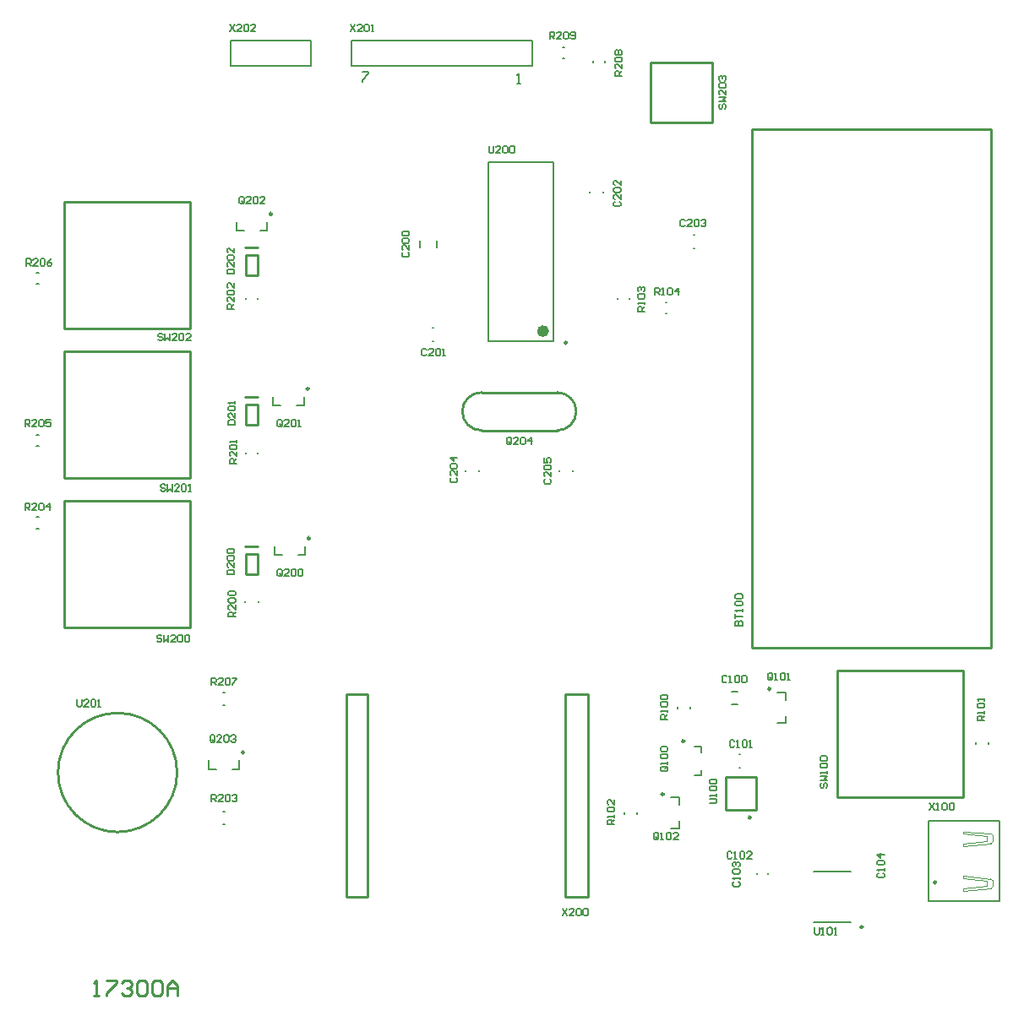
<source format=gto>
G04 Layer_Color=65535*
%FSLAX25Y25*%
%MOIN*%
G70*
G01*
G75*
%ADD54C,0.00984*%
%ADD55C,0.01000*%
%ADD56C,0.00400*%
%ADD57C,0.02362*%
%ADD58C,0.00787*%
%ADD59C,0.00500*%
D54*
X339606Y33992D02*
G03*
X339606Y33992I-492J0D01*
G01*
X269161Y107374D02*
G03*
X269161Y107374I-492J0D01*
G01*
X261055Y86480D02*
G03*
X261055Y86480I-492J0D01*
G01*
X222807Y264653D02*
G03*
X222807Y264653I-492J0D01*
G01*
X106473Y315437D02*
G03*
X106473Y315437I-492J0D01*
G01*
X120973Y246437D02*
G03*
X120973Y246437I-492J0D01*
G01*
X121473Y187437D02*
G03*
X121473Y187437I-492J0D01*
G01*
X95473Y102937D02*
G03*
X95473Y102937I-492J0D01*
G01*
X303055Y127980D02*
G03*
X303055Y127980I-492J0D01*
G01*
D55*
X218961Y230020D02*
G03*
X218961Y244980I39J7480D01*
G01*
X189039D02*
G03*
X189039Y230020I-39J-7480D01*
G01*
X368488Y51653D02*
G03*
X368488Y51653I-472J0D01*
G01*
X295366Y77240D02*
G03*
X295366Y77240I-500J0D01*
G01*
X69000Y95000D02*
G03*
X69000Y95000I-23500J0D01*
G01*
X24311Y211319D02*
X74114D01*
Y261122D01*
X24311D02*
X74114D01*
X24311Y211319D02*
Y261122D01*
Y152264D02*
X74114D01*
Y202067D01*
X24311D02*
X74114D01*
X24311Y152264D02*
Y202067D01*
X329429Y85335D02*
Y135138D01*
Y85335D02*
X379232D01*
Y135138D01*
X329429D02*
X379232D01*
X24311Y270374D02*
X74114D01*
Y320177D01*
X24311D02*
X74114D01*
X24311Y270374D02*
Y320177D01*
X390244Y144138D02*
Y348862D01*
X295756Y144138D02*
X390244D01*
X295756Y348862D02*
X390244D01*
X295756Y144138D02*
Y348862D01*
X189039Y244980D02*
X218961D01*
X189039Y230020D02*
X218961D01*
X95925Y302276D02*
X100925D01*
X95965Y299213D02*
X100886D01*
Y291339D02*
Y299213D01*
X95965Y291339D02*
Y299213D01*
Y291339D02*
X100886D01*
X95925Y243220D02*
X100925D01*
X95965Y240158D02*
X100886D01*
Y232283D02*
Y240158D01*
X95965Y232283D02*
Y240158D01*
Y232283D02*
X100886D01*
X95925Y184165D02*
X100925D01*
X95965Y181102D02*
X100886D01*
Y173228D02*
Y181102D01*
X95965Y173228D02*
Y181102D01*
Y173228D02*
X100886D01*
X285366Y80240D02*
X297366D01*
X285366D02*
Y93240D01*
X297366Y80240D02*
Y93240D01*
X285366D02*
X297366D01*
X222193Y45937D02*
X226193D01*
X231193D01*
X222193D02*
Y125937D01*
X231193D01*
Y45937D02*
Y125937D01*
X135693Y45937D02*
X144193D01*
X135693D02*
Y125937D01*
X144193D01*
Y45937D02*
Y125937D01*
X255795Y351689D02*
Y375311D01*
X280205D01*
Y351689D02*
Y375311D01*
X255795Y351689D02*
X280205D01*
X36000Y7000D02*
X37999D01*
X37000D01*
Y12998D01*
X36000Y11998D01*
X40998Y12998D02*
X44997D01*
Y11998D01*
X40998Y8000D01*
Y7000D01*
X46996Y11998D02*
X47996Y12998D01*
X49995D01*
X50995Y11998D01*
Y10999D01*
X49995Y9999D01*
X48996D01*
X49995D01*
X50995Y8999D01*
Y8000D01*
X49995Y7000D01*
X47996D01*
X46996Y8000D01*
X52995Y11998D02*
X53994Y12998D01*
X55993D01*
X56993Y11998D01*
Y8000D01*
X55993Y7000D01*
X53994D01*
X52995Y8000D01*
Y11998D01*
X58993D02*
X59992Y12998D01*
X61992D01*
X62991Y11998D01*
Y8000D01*
X61992Y7000D01*
X59992D01*
X58993Y8000D01*
Y11998D01*
X64991Y7000D02*
Y10999D01*
X66990Y12998D01*
X68989Y10999D01*
Y7000D01*
Y9999D01*
X64991D01*
D56*
X389977Y49168D02*
G03*
X390999Y49985I-88J1157D01*
G01*
X390999Y49985D02*
G03*
X390999Y52233I-3666J1124D01*
G01*
X390999Y52234D02*
G03*
X389977Y53051I-1110J-340D01*
G01*
X390999Y70015D02*
G03*
X389977Y70832I-1110J-340D01*
G01*
X390999Y67766D02*
G03*
X390999Y70014I-3666J1124D01*
G01*
X389977Y66949D02*
G03*
X390999Y67766I-88J1157D01*
G01*
X379146Y48350D02*
X389978Y49168D01*
X379146Y54073D02*
X389978Y53051D01*
X379146Y53255D02*
Y54073D01*
Y53255D02*
X388547Y52234D01*
Y50189D02*
Y52234D01*
X379146Y49168D02*
X388547Y50189D01*
X379146Y48350D02*
Y49168D01*
Y71649D02*
X389978Y70832D01*
X379146Y65926D02*
X389978Y66949D01*
X379146Y65926D02*
Y66744D01*
X388547Y67766D01*
Y69810D01*
X379146Y70832D02*
X388547Y69810D01*
X379146Y70832D02*
Y71649D01*
D57*
X214539Y269201D02*
G03*
X214539Y269201I-1181J0D01*
G01*
D58*
X320216Y56039D02*
X334784D01*
X320216Y35961D02*
X334784D01*
X287819Y126961D02*
X290181D01*
X287819Y122039D02*
X290181D01*
X290803Y102157D02*
X291197D01*
X290803Y96842D02*
X291197D01*
X297736Y54803D02*
Y55197D01*
X302264Y54803D02*
Y55197D01*
X164654Y302122D02*
Y304878D01*
X171346Y302122D02*
Y304878D01*
X237158Y323803D02*
Y324197D01*
X231842Y323803D02*
Y324197D01*
X272803Y307157D02*
X273197D01*
X272803Y301842D02*
X273197D01*
X182843Y213803D02*
Y214197D01*
X188157Y213803D02*
Y214197D01*
X219843Y213803D02*
Y214197D01*
X225157Y213803D02*
Y214197D01*
X90252Y374000D02*
X121748D01*
Y384000D01*
X90252D02*
X121748D01*
X90252Y374000D02*
Y384000D01*
X275756Y93752D02*
Y95957D01*
X272976Y93752D02*
X275756D01*
X272976Y105248D02*
X275756D01*
Y103043D02*
Y105248D01*
X267256Y72898D02*
Y75850D01*
X263713Y72898D02*
X267256D01*
Y82150D02*
Y85102D01*
X263713D02*
X267256D01*
X266539Y120106D02*
Y120894D01*
X271461Y120106D02*
Y120894D01*
X245539Y78606D02*
Y79394D01*
X250461Y78606D02*
Y79394D01*
X242638Y281803D02*
Y282197D01*
X247362Y281803D02*
Y282197D01*
X261803Y280665D02*
X262197D01*
X261803Y276335D02*
X262197D01*
X95941Y162303D02*
Y162697D01*
X101059Y162303D02*
Y162697D01*
X96138Y220803D02*
Y221197D01*
X100862Y220803D02*
Y221197D01*
X100862Y281803D02*
Y282197D01*
X96138Y281803D02*
Y282197D01*
X237764Y375106D02*
Y375894D01*
X233236Y375106D02*
Y375894D01*
X217295Y265264D02*
Y335736D01*
X191705Y265264D02*
Y335736D01*
Y265264D02*
X217295D01*
X191705Y335736D02*
X217295D01*
X169803Y265342D02*
X170197D01*
X169803Y270657D02*
X170197D01*
X221106Y381264D02*
X221894D01*
X221106Y376736D02*
X221894D01*
X92398Y308744D02*
X95350D01*
X92398D02*
Y312287D01*
X101650Y308744D02*
X104602D01*
Y312287D01*
X106898Y239744D02*
X109850D01*
X106898D02*
Y243287D01*
X116150Y239744D02*
X119102D01*
Y243287D01*
X107398Y180744D02*
X110350D01*
X107398D02*
Y184287D01*
X116650Y180744D02*
X119602D01*
Y184287D01*
X13606Y195764D02*
X14394D01*
X13606Y191236D02*
X14394D01*
X13606Y228264D02*
X14394D01*
X13606Y223736D02*
X14394D01*
X13606Y292264D02*
X14394D01*
X13606Y287736D02*
X14394D01*
X87106Y74539D02*
X87894D01*
X87106Y79461D02*
X87894D01*
X81398Y96244D02*
X84350D01*
X81398D02*
Y99787D01*
X90650Y96244D02*
X93602D01*
Y99787D01*
X87106Y126461D02*
X87894D01*
X87106Y121539D02*
X87894D01*
X384039Y106106D02*
Y106894D01*
X388961Y106106D02*
Y106894D01*
X309256Y114398D02*
Y117350D01*
X305713Y114398D02*
X309256D01*
Y123650D02*
Y126602D01*
X305713D02*
X309256D01*
X209090Y374000D02*
Y384000D01*
X137909D02*
X209090D01*
X137909Y374000D02*
Y384000D01*
Y374000D02*
X209090D01*
X142000Y371436D02*
X144624D01*
Y370780D01*
X142000Y368156D01*
Y367500D01*
X203000Y367000D02*
X204312D01*
X203656D01*
Y370936D01*
X203000Y370280D01*
D59*
X365457Y44252D02*
X393409D01*
X365457D02*
Y75748D01*
X393409D01*
Y44252D02*
Y75748D01*
X63337Y267796D02*
X62878Y268255D01*
X61959D01*
X61500Y267796D01*
Y267337D01*
X61959Y266878D01*
X62878D01*
X63337Y266418D01*
Y265959D01*
X62878Y265500D01*
X61959D01*
X61500Y265959D01*
X64255Y268255D02*
Y265500D01*
X65173Y266418D01*
X66092Y265500D01*
Y268255D01*
X68847Y265500D02*
X67010D01*
X68847Y267337D01*
Y267796D01*
X68388Y268255D01*
X67469D01*
X67010Y267796D01*
X69765D02*
X70224Y268255D01*
X71143D01*
X71602Y267796D01*
Y265959D01*
X71143Y265500D01*
X70224D01*
X69765Y265959D01*
Y267796D01*
X74357Y265500D02*
X72520D01*
X74357Y267337D01*
Y267796D01*
X73898Y268255D01*
X72979D01*
X72520Y267796D01*
X64337Y208296D02*
X63877Y208755D01*
X62959D01*
X62500Y208296D01*
Y207837D01*
X62959Y207378D01*
X63877D01*
X64337Y206918D01*
Y206459D01*
X63877Y206000D01*
X62959D01*
X62500Y206459D01*
X65255Y208755D02*
Y206000D01*
X66173Y206918D01*
X67092Y206000D01*
Y208755D01*
X69847Y206000D02*
X68010D01*
X69847Y207837D01*
Y208296D01*
X69388Y208755D01*
X68469D01*
X68010Y208296D01*
X70765D02*
X71224Y208755D01*
X72143D01*
X72602Y208296D01*
Y206459D01*
X72143Y206000D01*
X71224D01*
X70765Y206459D01*
Y208296D01*
X73520Y206000D02*
X74438D01*
X73979D01*
Y208755D01*
X73520Y208296D01*
X62837Y148796D02*
X62378Y149255D01*
X61459D01*
X61000Y148796D01*
Y148337D01*
X61459Y147878D01*
X62378D01*
X62837Y147418D01*
Y146959D01*
X62378Y146500D01*
X61459D01*
X61000Y146959D01*
X63755Y149255D02*
Y146500D01*
X64673Y147418D01*
X65592Y146500D01*
Y149255D01*
X68347Y146500D02*
X66510D01*
X68347Y148337D01*
Y148796D01*
X67888Y149255D01*
X66969D01*
X66510Y148796D01*
X69265D02*
X69724Y149255D01*
X70643D01*
X71102Y148796D01*
Y146959D01*
X70643Y146500D01*
X69724D01*
X69265Y146959D01*
Y148796D01*
X72020D02*
X72479Y149255D01*
X73398D01*
X73857Y148796D01*
Y146959D01*
X73398Y146500D01*
X72479D01*
X72020Y146959D01*
Y148796D01*
X283204Y358837D02*
X282745Y358378D01*
Y357459D01*
X283204Y357000D01*
X283663D01*
X284122Y357459D01*
Y358378D01*
X284582Y358837D01*
X285041D01*
X285500Y358378D01*
Y357459D01*
X285041Y357000D01*
X282745Y359755D02*
X285500D01*
X284582Y360673D01*
X285500Y361592D01*
X282745D01*
X285500Y364347D02*
Y362510D01*
X283663Y364347D01*
X283204D01*
X282745Y363888D01*
Y362969D01*
X283204Y362510D01*
Y365265D02*
X282745Y365724D01*
Y366643D01*
X283204Y367102D01*
X285041D01*
X285500Y366643D01*
Y365724D01*
X285041Y365265D01*
X283204D01*
Y368020D02*
X282745Y368479D01*
Y369398D01*
X283204Y369857D01*
X283663D01*
X284122Y369398D01*
Y368938D01*
Y369398D01*
X284582Y369857D01*
X285041D01*
X285500Y369398D01*
Y368479D01*
X285041Y368020D01*
X88670Y173197D02*
X91425D01*
Y174574D01*
X90966Y175033D01*
X89129D01*
X88670Y174574D01*
Y173197D01*
X91425Y177788D02*
Y175952D01*
X89588Y177788D01*
X89129D01*
X88670Y177329D01*
Y176411D01*
X89129Y175952D01*
Y178707D02*
X88670Y179166D01*
Y180084D01*
X89129Y180543D01*
X90966D01*
X91425Y180084D01*
Y179166D01*
X90966Y178707D01*
X89129D01*
Y181462D02*
X88670Y181921D01*
Y182839D01*
X89129Y183299D01*
X90966D01*
X91425Y182839D01*
Y181921D01*
X90966Y181462D01*
X89129D01*
X279111Y82740D02*
X281407D01*
X281866Y83199D01*
Y84118D01*
X281407Y84577D01*
X279111D01*
X281866Y85495D02*
Y86414D01*
Y85954D01*
X279111D01*
X279570Y85495D01*
Y87791D02*
X279111Y88250D01*
Y89169D01*
X279570Y89628D01*
X281407D01*
X281866Y89169D01*
Y88250D01*
X281407Y87791D01*
X279570D01*
Y90546D02*
X279111Y91005D01*
Y91924D01*
X279570Y92383D01*
X281407D01*
X281866Y91924D01*
Y91005D01*
X281407Y90546D01*
X279570D01*
X323204Y90837D02*
X322745Y90377D01*
Y89459D01*
X323204Y89000D01*
X323663D01*
X324123Y89459D01*
Y90377D01*
X324582Y90837D01*
X325041D01*
X325500Y90377D01*
Y89459D01*
X325041Y89000D01*
X322745Y91755D02*
X325500D01*
X324582Y92673D01*
X325500Y93592D01*
X322745D01*
X325500Y94510D02*
Y95428D01*
Y94969D01*
X322745D01*
X323204Y94510D01*
Y96806D02*
X322745Y97265D01*
Y98183D01*
X323204Y98643D01*
X325041D01*
X325500Y98183D01*
Y97265D01*
X325041Y96806D01*
X323204D01*
Y99561D02*
X322745Y100020D01*
Y100938D01*
X323204Y101398D01*
X325041D01*
X325500Y100938D01*
Y100020D01*
X325041Y99561D01*
X323204D01*
X221000Y41255D02*
X222837Y38500D01*
Y41255D02*
X221000Y38500D01*
X225592D02*
X223755D01*
X225592Y40337D01*
Y40796D01*
X225132Y41255D01*
X224214D01*
X223755Y40796D01*
X226510D02*
X226969Y41255D01*
X227888D01*
X228347Y40796D01*
Y38959D01*
X227888Y38500D01*
X226969D01*
X226510Y38959D01*
Y40796D01*
X229265D02*
X229724Y41255D01*
X230643D01*
X231102Y40796D01*
Y38959D01*
X230643Y38500D01*
X229724D01*
X229265Y38959D01*
Y40796D01*
X365831Y82912D02*
X367667Y80158D01*
Y82912D02*
X365831Y80158D01*
X368586D02*
X369504D01*
X369045D01*
Y82912D01*
X368586Y82453D01*
X370882D02*
X371341Y82912D01*
X372259D01*
X372718Y82453D01*
Y80617D01*
X372259Y80158D01*
X371341D01*
X370882Y80617D01*
Y82453D01*
X373637D02*
X374096Y82912D01*
X375014D01*
X375473Y82453D01*
Y80617D01*
X375014Y80158D01*
X374096D01*
X373637Y80617D01*
Y82453D01*
X320500Y33755D02*
Y31459D01*
X320959Y31000D01*
X321878D01*
X322337Y31459D01*
Y33755D01*
X323255Y31000D02*
X324173D01*
X323714D01*
Y33755D01*
X323255Y33296D01*
X325551D02*
X326010Y33755D01*
X326928D01*
X327388Y33296D01*
Y31459D01*
X326928Y31000D01*
X326010D01*
X325551Y31459D01*
Y33296D01*
X328306Y31000D02*
X329224D01*
X328765D01*
Y33755D01*
X328306Y33296D01*
X137400Y390255D02*
X139237Y387500D01*
Y390255D02*
X137400Y387500D01*
X141992D02*
X140155D01*
X141992Y389337D01*
Y389796D01*
X141533Y390255D01*
X140614D01*
X140155Y389796D01*
X142910D02*
X143369Y390255D01*
X144288D01*
X144747Y389796D01*
Y387959D01*
X144288Y387500D01*
X143369D01*
X142910Y387959D01*
Y389796D01*
X145665Y387500D02*
X146583D01*
X146124D01*
Y390255D01*
X145665Y389796D01*
X289245Y153000D02*
X292000D01*
Y154377D01*
X291541Y154837D01*
X291082D01*
X290622Y154377D01*
Y153000D01*
Y154377D01*
X290163Y154837D01*
X289704D01*
X289245Y154377D01*
Y153000D01*
Y155755D02*
Y157592D01*
Y156673D01*
X292000D01*
Y158510D02*
Y159428D01*
Y158969D01*
X289245D01*
X289704Y158510D01*
Y160806D02*
X289245Y161265D01*
Y162183D01*
X289704Y162643D01*
X291541D01*
X292000Y162183D01*
Y161265D01*
X291541Y160806D01*
X289704D01*
Y163561D02*
X289245Y164020D01*
Y164938D01*
X289704Y165398D01*
X291541D01*
X292000Y164938D01*
Y164020D01*
X291541Y163561D01*
X289704D01*
X285837Y132796D02*
X285378Y133255D01*
X284459D01*
X284000Y132796D01*
Y130959D01*
X284459Y130500D01*
X285378D01*
X285837Y130959D01*
X286755Y130500D02*
X287673D01*
X287214D01*
Y133255D01*
X286755Y132796D01*
X289051D02*
X289510Y133255D01*
X290428D01*
X290888Y132796D01*
Y130959D01*
X290428Y130500D01*
X289510D01*
X289051Y130959D01*
Y132796D01*
X291806D02*
X292265Y133255D01*
X293183D01*
X293643Y132796D01*
Y130959D01*
X293183Y130500D01*
X292265D01*
X291806Y130959D01*
Y132796D01*
X288837Y107296D02*
X288377Y107755D01*
X287459D01*
X287000Y107296D01*
Y105459D01*
X287459Y105000D01*
X288377D01*
X288837Y105459D01*
X289755Y105000D02*
X290673D01*
X290214D01*
Y107755D01*
X289755Y107296D01*
X292051D02*
X292510Y107755D01*
X293428D01*
X293888Y107296D01*
Y105459D01*
X293428Y105000D01*
X292510D01*
X292051Y105459D01*
Y107296D01*
X294806Y105000D02*
X295724D01*
X295265D01*
Y107755D01*
X294806Y107296D01*
X287837Y63296D02*
X287378Y63755D01*
X286459D01*
X286000Y63296D01*
Y61459D01*
X286459Y61000D01*
X287378D01*
X287837Y61459D01*
X288755Y61000D02*
X289673D01*
X289214D01*
Y63755D01*
X288755Y63296D01*
X291051D02*
X291510Y63755D01*
X292428D01*
X292888Y63296D01*
Y61459D01*
X292428Y61000D01*
X291510D01*
X291051Y61459D01*
Y63296D01*
X295643Y61000D02*
X293806D01*
X295643Y62837D01*
Y63296D01*
X295183Y63755D01*
X294265D01*
X293806Y63296D01*
X288704Y51837D02*
X288245Y51377D01*
Y50459D01*
X288704Y50000D01*
X290541D01*
X291000Y50459D01*
Y51377D01*
X290541Y51837D01*
X291000Y52755D02*
Y53673D01*
Y53214D01*
X288245D01*
X288704Y52755D01*
Y55051D02*
X288245Y55510D01*
Y56428D01*
X288704Y56888D01*
X290541D01*
X291000Y56428D01*
Y55510D01*
X290541Y55051D01*
X288704D01*
Y57806D02*
X288245Y58265D01*
Y59183D01*
X288704Y59643D01*
X289163D01*
X289622Y59183D01*
Y58724D01*
Y59183D01*
X290082Y59643D01*
X290541D01*
X291000Y59183D01*
Y58265D01*
X290541Y57806D01*
X345704Y55337D02*
X345245Y54878D01*
Y53959D01*
X345704Y53500D01*
X347541D01*
X348000Y53959D01*
Y54878D01*
X347541Y55337D01*
X348000Y56255D02*
Y57173D01*
Y56714D01*
X345245D01*
X345704Y56255D01*
Y58551D02*
X345245Y59010D01*
Y59928D01*
X345704Y60387D01*
X347541D01*
X348000Y59928D01*
Y59010D01*
X347541Y58551D01*
X345704D01*
X348000Y62683D02*
X345245D01*
X346622Y61306D01*
Y63143D01*
X158204Y300337D02*
X157745Y299878D01*
Y298959D01*
X158204Y298500D01*
X160041D01*
X160500Y298959D01*
Y299878D01*
X160041Y300337D01*
X160500Y303092D02*
Y301255D01*
X158663Y303092D01*
X158204D01*
X157745Y302632D01*
Y301714D01*
X158204Y301255D01*
Y304010D02*
X157745Y304469D01*
Y305388D01*
X158204Y305847D01*
X160041D01*
X160500Y305388D01*
Y304469D01*
X160041Y304010D01*
X158204D01*
Y306765D02*
X157745Y307224D01*
Y308143D01*
X158204Y308602D01*
X160041D01*
X160500Y308143D01*
Y307224D01*
X160041Y306765D01*
X158204D01*
X167337Y261796D02*
X166877Y262255D01*
X165959D01*
X165500Y261796D01*
Y259959D01*
X165959Y259500D01*
X166877D01*
X167337Y259959D01*
X170092Y259500D02*
X168255D01*
X170092Y261337D01*
Y261796D01*
X169632Y262255D01*
X168714D01*
X168255Y261796D01*
X171010D02*
X171469Y262255D01*
X172388D01*
X172847Y261796D01*
Y259959D01*
X172388Y259500D01*
X171469D01*
X171010Y259959D01*
Y261796D01*
X173765Y259500D02*
X174683D01*
X174224D01*
Y262255D01*
X173765Y261796D01*
X241704Y320337D02*
X241245Y319878D01*
Y318959D01*
X241704Y318500D01*
X243541D01*
X244000Y318959D01*
Y319878D01*
X243541Y320337D01*
X244000Y323092D02*
Y321255D01*
X242163Y323092D01*
X241704D01*
X241245Y322633D01*
Y321714D01*
X241704Y321255D01*
Y324010D02*
X241245Y324469D01*
Y325388D01*
X241704Y325847D01*
X243541D01*
X244000Y325388D01*
Y324469D01*
X243541Y324010D01*
X241704D01*
X244000Y328602D02*
Y326765D01*
X242163Y328602D01*
X241704D01*
X241245Y328143D01*
Y327224D01*
X241704Y326765D01*
X269337Y312796D02*
X268878Y313255D01*
X267959D01*
X267500Y312796D01*
Y310959D01*
X267959Y310500D01*
X268878D01*
X269337Y310959D01*
X272092Y310500D02*
X270255D01*
X272092Y312337D01*
Y312796D01*
X271633Y313255D01*
X270714D01*
X270255Y312796D01*
X273010D02*
X273469Y313255D01*
X274388D01*
X274847Y312796D01*
Y310959D01*
X274388Y310500D01*
X273469D01*
X273010Y310959D01*
Y312796D01*
X275765D02*
X276224Y313255D01*
X277143D01*
X277602Y312796D01*
Y312337D01*
X277143Y311877D01*
X276683D01*
X277143D01*
X277602Y311418D01*
Y310959D01*
X277143Y310500D01*
X276224D01*
X275765Y310959D01*
X177204Y211337D02*
X176745Y210877D01*
Y209959D01*
X177204Y209500D01*
X179041D01*
X179500Y209959D01*
Y210877D01*
X179041Y211337D01*
X179500Y214092D02*
Y212255D01*
X177663Y214092D01*
X177204D01*
X176745Y213632D01*
Y212714D01*
X177204Y212255D01*
Y215010D02*
X176745Y215469D01*
Y216388D01*
X177204Y216847D01*
X179041D01*
X179500Y216388D01*
Y215469D01*
X179041Y215010D01*
X177204D01*
X179500Y219143D02*
X176745D01*
X178122Y217765D01*
Y219602D01*
X214204Y210837D02*
X213745Y210378D01*
Y209459D01*
X214204Y209000D01*
X216041D01*
X216500Y209459D01*
Y210378D01*
X216041Y210837D01*
X216500Y213592D02*
Y211755D01*
X214663Y213592D01*
X214204D01*
X213745Y213133D01*
Y212214D01*
X214204Y211755D01*
Y214510D02*
X213745Y214969D01*
Y215888D01*
X214204Y216347D01*
X216041D01*
X216500Y215888D01*
Y214969D01*
X216041Y214510D01*
X214204D01*
X213745Y219102D02*
Y217265D01*
X215123D01*
X214663Y218183D01*
Y218643D01*
X215123Y219102D01*
X216041D01*
X216500Y218643D01*
Y217724D01*
X216041Y217265D01*
X89170Y232252D02*
X91925D01*
Y233629D01*
X91466Y234089D01*
X89629D01*
X89170Y233629D01*
Y232252D01*
X91925Y236844D02*
Y235007D01*
X90088Y236844D01*
X89629D01*
X89170Y236384D01*
Y235466D01*
X89629Y235007D01*
Y237762D02*
X89170Y238221D01*
Y239140D01*
X89629Y239599D01*
X91466D01*
X91925Y239140D01*
Y238221D01*
X91466Y237762D01*
X89629D01*
X91925Y240517D02*
Y241435D01*
Y240976D01*
X89170D01*
X89629Y240517D01*
X88670Y291807D02*
X91425D01*
Y293184D01*
X90966Y293644D01*
X89129D01*
X88670Y293184D01*
Y291807D01*
X91425Y296399D02*
Y294562D01*
X89588Y296399D01*
X89129D01*
X88670Y295940D01*
Y295021D01*
X89129Y294562D01*
Y297317D02*
X88670Y297776D01*
Y298695D01*
X89129Y299154D01*
X90966D01*
X91425Y298695D01*
Y297776D01*
X90966Y297317D01*
X89129D01*
X91425Y301909D02*
Y300072D01*
X89588Y301909D01*
X89129D01*
X88670Y301450D01*
Y300531D01*
X89129Y300072D01*
X89800Y390255D02*
X91637Y387500D01*
Y390255D02*
X89800Y387500D01*
X94392D02*
X92555D01*
X94392Y389337D01*
Y389796D01*
X93932Y390255D01*
X93014D01*
X92555Y389796D01*
X95310D02*
X95769Y390255D01*
X96688D01*
X97147Y389796D01*
Y387959D01*
X96688Y387500D01*
X95769D01*
X95310Y387959D01*
Y389796D01*
X99902Y387500D02*
X98065D01*
X99902Y389337D01*
Y389796D01*
X99443Y390255D01*
X98524D01*
X98065Y389796D01*
X262041Y97337D02*
X260204D01*
X259745Y96877D01*
Y95959D01*
X260204Y95500D01*
X262041D01*
X262500Y95959D01*
Y96877D01*
X261582Y96418D02*
X262500Y97337D01*
Y96877D02*
X262041Y97337D01*
X262500Y98255D02*
Y99173D01*
Y98714D01*
X259745D01*
X260204Y98255D01*
Y100551D02*
X259745Y101010D01*
Y101928D01*
X260204Y102387D01*
X262041D01*
X262500Y101928D01*
Y101010D01*
X262041Y100551D01*
X260204D01*
Y103306D02*
X259745Y103765D01*
Y104683D01*
X260204Y105143D01*
X262041D01*
X262500Y104683D01*
Y103765D01*
X262041Y103306D01*
X260204D01*
X303837Y131959D02*
Y133796D01*
X303378Y134255D01*
X302459D01*
X302000Y133796D01*
Y131959D01*
X302459Y131500D01*
X303378D01*
X302918Y132418D02*
X303837Y131500D01*
X303378D02*
X303837Y131959D01*
X304755Y131500D02*
X305673D01*
X305214D01*
Y134255D01*
X304755Y133796D01*
X307051D02*
X307510Y134255D01*
X308428D01*
X308888Y133796D01*
Y131959D01*
X308428Y131500D01*
X307510D01*
X307051Y131959D01*
Y133796D01*
X309806Y131500D02*
X310724D01*
X310265D01*
Y134255D01*
X309806Y133796D01*
X258837Y68959D02*
Y70796D01*
X258378Y71255D01*
X257459D01*
X257000Y70796D01*
Y68959D01*
X257459Y68500D01*
X258378D01*
X257918Y69418D02*
X258837Y68500D01*
X258378D02*
X258837Y68959D01*
X259755Y68500D02*
X260673D01*
X260214D01*
Y71255D01*
X259755Y70796D01*
X262051D02*
X262510Y71255D01*
X263428D01*
X263888Y70796D01*
Y68959D01*
X263428Y68500D01*
X262510D01*
X262051Y68959D01*
Y70796D01*
X266643Y68500D02*
X264806D01*
X266643Y70337D01*
Y70796D01*
X266183Y71255D01*
X265265D01*
X264806Y70796D01*
X110337Y172959D02*
Y174796D01*
X109878Y175255D01*
X108959D01*
X108500Y174796D01*
Y172959D01*
X108959Y172500D01*
X109878D01*
X109418Y173418D02*
X110337Y172500D01*
X109878D02*
X110337Y172959D01*
X113092Y172500D02*
X111255D01*
X113092Y174337D01*
Y174796D01*
X112633Y175255D01*
X111714D01*
X111255Y174796D01*
X114010D02*
X114469Y175255D01*
X115388D01*
X115847Y174796D01*
Y172959D01*
X115388Y172500D01*
X114469D01*
X114010Y172959D01*
Y174796D01*
X116765D02*
X117224Y175255D01*
X118143D01*
X118602Y174796D01*
Y172959D01*
X118143Y172500D01*
X117224D01*
X116765Y172959D01*
Y174796D01*
X110337Y231959D02*
Y233796D01*
X109878Y234255D01*
X108959D01*
X108500Y233796D01*
Y231959D01*
X108959Y231500D01*
X109878D01*
X109418Y232418D02*
X110337Y231500D01*
X109878D02*
X110337Y231959D01*
X113092Y231500D02*
X111255D01*
X113092Y233337D01*
Y233796D01*
X112633Y234255D01*
X111714D01*
X111255Y233796D01*
X114010D02*
X114469Y234255D01*
X115388D01*
X115847Y233796D01*
Y231959D01*
X115388Y231500D01*
X114469D01*
X114010Y231959D01*
Y233796D01*
X116765Y231500D02*
X117683D01*
X117224D01*
Y234255D01*
X116765Y233796D01*
X95337Y319959D02*
Y321796D01*
X94877Y322255D01*
X93959D01*
X93500Y321796D01*
Y319959D01*
X93959Y319500D01*
X94877D01*
X94418Y320418D02*
X95337Y319500D01*
X94877D02*
X95337Y319959D01*
X98092Y319500D02*
X96255D01*
X98092Y321337D01*
Y321796D01*
X97632Y322255D01*
X96714D01*
X96255Y321796D01*
X99010D02*
X99469Y322255D01*
X100388D01*
X100847Y321796D01*
Y319959D01*
X100388Y319500D01*
X99469D01*
X99010Y319959D01*
Y321796D01*
X103602Y319500D02*
X101765D01*
X103602Y321337D01*
Y321796D01*
X103143Y322255D01*
X102224D01*
X101765Y321796D01*
X83837Y107459D02*
Y109296D01*
X83377Y109755D01*
X82459D01*
X82000Y109296D01*
Y107459D01*
X82459Y107000D01*
X83377D01*
X82918Y107918D02*
X83837Y107000D01*
X83377D02*
X83837Y107459D01*
X86592Y107000D02*
X84755D01*
X86592Y108837D01*
Y109296D01*
X86133Y109755D01*
X85214D01*
X84755Y109296D01*
X87510D02*
X87969Y109755D01*
X88888D01*
X89347Y109296D01*
Y107459D01*
X88888Y107000D01*
X87969D01*
X87510Y107459D01*
Y109296D01*
X90265D02*
X90724Y109755D01*
X91643D01*
X92102Y109296D01*
Y108837D01*
X91643Y108378D01*
X91183D01*
X91643D01*
X92102Y107918D01*
Y107459D01*
X91643Y107000D01*
X90724D01*
X90265Y107459D01*
X200837Y224959D02*
Y226796D01*
X200377Y227255D01*
X199459D01*
X199000Y226796D01*
Y224959D01*
X199459Y224500D01*
X200377D01*
X199918Y225418D02*
X200837Y224500D01*
X200377D02*
X200837Y224959D01*
X203592Y224500D02*
X201755D01*
X203592Y226337D01*
Y226796D01*
X203133Y227255D01*
X202214D01*
X201755Y226796D01*
X204510D02*
X204969Y227255D01*
X205888D01*
X206347Y226796D01*
Y224959D01*
X205888Y224500D01*
X204969D01*
X204510Y224959D01*
Y226796D01*
X208643Y224500D02*
Y227255D01*
X207265Y225877D01*
X209102D01*
X262500Y116000D02*
X259745D01*
Y117377D01*
X260204Y117837D01*
X261122D01*
X261582Y117377D01*
Y116000D01*
Y116918D02*
X262500Y117837D01*
Y118755D02*
Y119673D01*
Y119214D01*
X259745D01*
X260204Y118755D01*
Y121051D02*
X259745Y121510D01*
Y122428D01*
X260204Y122888D01*
X262041D01*
X262500Y122428D01*
Y121510D01*
X262041Y121051D01*
X260204D01*
Y123806D02*
X259745Y124265D01*
Y125183D01*
X260204Y125643D01*
X262041D01*
X262500Y125183D01*
Y124265D01*
X262041Y123806D01*
X260204D01*
X387500Y115500D02*
X384745D01*
Y116877D01*
X385204Y117337D01*
X386122D01*
X386582Y116877D01*
Y115500D01*
Y116418D02*
X387500Y117337D01*
Y118255D02*
Y119173D01*
Y118714D01*
X384745D01*
X385204Y118255D01*
Y120551D02*
X384745Y121010D01*
Y121928D01*
X385204Y122388D01*
X387041D01*
X387500Y121928D01*
Y121010D01*
X387041Y120551D01*
X385204D01*
X387500Y123306D02*
Y124224D01*
Y123765D01*
X384745D01*
X385204Y123306D01*
X241500Y74500D02*
X238745D01*
Y75877D01*
X239204Y76337D01*
X240123D01*
X240582Y75877D01*
Y74500D01*
Y75418D02*
X241500Y76337D01*
Y77255D02*
Y78173D01*
Y77714D01*
X238745D01*
X239204Y77255D01*
Y79551D02*
X238745Y80010D01*
Y80928D01*
X239204Y81388D01*
X241041D01*
X241500Y80928D01*
Y80010D01*
X241041Y79551D01*
X239204D01*
X241500Y84143D02*
Y82306D01*
X239663Y84143D01*
X239204D01*
X238745Y83683D01*
Y82765D01*
X239204Y82306D01*
X253500Y277000D02*
X250745D01*
Y278378D01*
X251204Y278837D01*
X252122D01*
X252582Y278378D01*
Y277000D01*
Y277918D02*
X253500Y278837D01*
Y279755D02*
Y280673D01*
Y280214D01*
X250745D01*
X251204Y279755D01*
Y282051D02*
X250745Y282510D01*
Y283428D01*
X251204Y283888D01*
X253041D01*
X253500Y283428D01*
Y282510D01*
X253041Y282051D01*
X251204D01*
Y284806D02*
X250745Y285265D01*
Y286183D01*
X251204Y286643D01*
X251663D01*
X252122Y286183D01*
Y285724D01*
Y286183D01*
X252582Y286643D01*
X253041D01*
X253500Y286183D01*
Y285265D01*
X253041Y284806D01*
X257500Y283500D02*
Y286255D01*
X258877D01*
X259337Y285796D01*
Y284877D01*
X258877Y284418D01*
X257500D01*
X258418D02*
X259337Y283500D01*
X260255D02*
X261173D01*
X260714D01*
Y286255D01*
X260255Y285796D01*
X262551D02*
X263010Y286255D01*
X263928D01*
X264388Y285796D01*
Y283959D01*
X263928Y283500D01*
X263010D01*
X262551Y283959D01*
Y285796D01*
X266683Y283500D02*
Y286255D01*
X265306Y284877D01*
X267143D01*
X92000Y156500D02*
X89245D01*
Y157878D01*
X89704Y158337D01*
X90623D01*
X91082Y157878D01*
Y156500D01*
Y157418D02*
X92000Y158337D01*
Y161092D02*
Y159255D01*
X90163Y161092D01*
X89704D01*
X89245Y160633D01*
Y159714D01*
X89704Y159255D01*
Y162010D02*
X89245Y162469D01*
Y163388D01*
X89704Y163847D01*
X91541D01*
X92000Y163388D01*
Y162469D01*
X91541Y162010D01*
X89704D01*
Y164765D02*
X89245Y165224D01*
Y166143D01*
X89704Y166602D01*
X91541D01*
X92000Y166143D01*
Y165224D01*
X91541Y164765D01*
X89704D01*
X92500Y217000D02*
X89745D01*
Y218377D01*
X90204Y218837D01*
X91123D01*
X91582Y218377D01*
Y217000D01*
Y217918D02*
X92500Y218837D01*
Y221592D02*
Y219755D01*
X90663Y221592D01*
X90204D01*
X89745Y221132D01*
Y220214D01*
X90204Y219755D01*
Y222510D02*
X89745Y222969D01*
Y223888D01*
X90204Y224347D01*
X92041D01*
X92500Y223888D01*
Y222969D01*
X92041Y222510D01*
X90204D01*
X92500Y225265D02*
Y226183D01*
Y225724D01*
X89745D01*
X90204Y225265D01*
X91500Y278000D02*
X88745D01*
Y279378D01*
X89204Y279837D01*
X90122D01*
X90582Y279378D01*
Y278000D01*
Y278918D02*
X91500Y279837D01*
Y282592D02*
Y280755D01*
X89663Y282592D01*
X89204D01*
X88745Y282133D01*
Y281214D01*
X89204Y280755D01*
Y283510D02*
X88745Y283969D01*
Y284888D01*
X89204Y285347D01*
X91041D01*
X91500Y284888D01*
Y283969D01*
X91041Y283510D01*
X89204D01*
X91500Y288102D02*
Y286265D01*
X89663Y288102D01*
X89204D01*
X88745Y287643D01*
Y286724D01*
X89204Y286265D01*
X82500Y83500D02*
Y86255D01*
X83877D01*
X84337Y85796D01*
Y84878D01*
X83877Y84418D01*
X82500D01*
X83418D02*
X84337Y83500D01*
X87092D02*
X85255D01*
X87092Y85337D01*
Y85796D01*
X86633Y86255D01*
X85714D01*
X85255Y85796D01*
X88010D02*
X88469Y86255D01*
X89388D01*
X89847Y85796D01*
Y83959D01*
X89388Y83500D01*
X88469D01*
X88010Y83959D01*
Y85796D01*
X90765D02*
X91224Y86255D01*
X92143D01*
X92602Y85796D01*
Y85337D01*
X92143Y84878D01*
X91683D01*
X92143D01*
X92602Y84418D01*
Y83959D01*
X92143Y83500D01*
X91224D01*
X90765Y83959D01*
X9000Y198500D02*
Y201255D01*
X10378D01*
X10837Y200796D01*
Y199878D01*
X10378Y199418D01*
X9000D01*
X9918D02*
X10837Y198500D01*
X13592D02*
X11755D01*
X13592Y200337D01*
Y200796D01*
X13133Y201255D01*
X12214D01*
X11755Y200796D01*
X14510D02*
X14969Y201255D01*
X15888D01*
X16347Y200796D01*
Y198959D01*
X15888Y198500D01*
X14969D01*
X14510Y198959D01*
Y200796D01*
X18643Y198500D02*
Y201255D01*
X17265Y199878D01*
X19102D01*
X9000Y231500D02*
Y234255D01*
X10378D01*
X10837Y233796D01*
Y232877D01*
X10378Y232418D01*
X9000D01*
X9918D02*
X10837Y231500D01*
X13592D02*
X11755D01*
X13592Y233337D01*
Y233796D01*
X13133Y234255D01*
X12214D01*
X11755Y233796D01*
X14510D02*
X14969Y234255D01*
X15888D01*
X16347Y233796D01*
Y231959D01*
X15888Y231500D01*
X14969D01*
X14510Y231959D01*
Y233796D01*
X19102Y234255D02*
X17265D01*
Y232877D01*
X18183Y233337D01*
X18643D01*
X19102Y232877D01*
Y231959D01*
X18643Y231500D01*
X17724D01*
X17265Y231959D01*
X9500Y295000D02*
Y297755D01*
X10877D01*
X11337Y297296D01*
Y296377D01*
X10877Y295918D01*
X9500D01*
X10418D02*
X11337Y295000D01*
X14092D02*
X12255D01*
X14092Y296837D01*
Y297296D01*
X13633Y297755D01*
X12714D01*
X12255Y297296D01*
X15010D02*
X15469Y297755D01*
X16387D01*
X16847Y297296D01*
Y295459D01*
X16387Y295000D01*
X15469D01*
X15010Y295459D01*
Y297296D01*
X19602Y297755D02*
X18683Y297296D01*
X17765Y296377D01*
Y295459D01*
X18224Y295000D01*
X19143D01*
X19602Y295459D01*
Y295918D01*
X19143Y296377D01*
X17765D01*
X82500Y129500D02*
Y132255D01*
X83877D01*
X84337Y131796D01*
Y130877D01*
X83877Y130418D01*
X82500D01*
X83418D02*
X84337Y129500D01*
X87092D02*
X85255D01*
X87092Y131337D01*
Y131796D01*
X86633Y132255D01*
X85714D01*
X85255Y131796D01*
X88010D02*
X88469Y132255D01*
X89388D01*
X89847Y131796D01*
Y129959D01*
X89388Y129500D01*
X88469D01*
X88010Y129959D01*
Y131796D01*
X90765Y132255D02*
X92602D01*
Y131796D01*
X90765Y129959D01*
Y129500D01*
X244500Y370000D02*
X241745D01*
Y371377D01*
X242204Y371837D01*
X243123D01*
X243582Y371377D01*
Y370000D01*
Y370918D02*
X244500Y371837D01*
Y374592D02*
Y372755D01*
X242663Y374592D01*
X242204D01*
X241745Y374132D01*
Y373214D01*
X242204Y372755D01*
Y375510D02*
X241745Y375969D01*
Y376888D01*
X242204Y377347D01*
X244041D01*
X244500Y376888D01*
Y375969D01*
X244041Y375510D01*
X242204D01*
Y378265D02*
X241745Y378724D01*
Y379643D01*
X242204Y380102D01*
X242663D01*
X243123Y379643D01*
X243582Y380102D01*
X244041D01*
X244500Y379643D01*
Y378724D01*
X244041Y378265D01*
X243582D01*
X243123Y378724D01*
X242663Y378265D01*
X242204D01*
X243123Y378724D02*
Y379643D01*
X192000Y342255D02*
Y339959D01*
X192459Y339500D01*
X193377D01*
X193837Y339959D01*
Y342255D01*
X196592Y339500D02*
X194755D01*
X196592Y341337D01*
Y341796D01*
X196133Y342255D01*
X195214D01*
X194755Y341796D01*
X197510D02*
X197969Y342255D01*
X198888D01*
X199347Y341796D01*
Y339959D01*
X198888Y339500D01*
X197969D01*
X197510Y339959D01*
Y341796D01*
X200265D02*
X200724Y342255D01*
X201643D01*
X202102Y341796D01*
Y339959D01*
X201643Y339500D01*
X200724D01*
X200265Y339959D01*
Y341796D01*
X29500Y123755D02*
Y121459D01*
X29959Y121000D01*
X30878D01*
X31337Y121459D01*
Y123755D01*
X34092Y121000D02*
X32255D01*
X34092Y122837D01*
Y123296D01*
X33632Y123755D01*
X32714D01*
X32255Y123296D01*
X35010D02*
X35469Y123755D01*
X36388D01*
X36847Y123296D01*
Y121459D01*
X36388Y121000D01*
X35469D01*
X35010Y121459D01*
Y123296D01*
X37765Y121000D02*
X38683D01*
X38224D01*
Y123755D01*
X37765Y123296D01*
X216000Y384500D02*
Y387255D01*
X217377D01*
X217837Y386796D01*
Y385877D01*
X217377Y385418D01*
X216000D01*
X216918D02*
X217837Y384500D01*
X220592D02*
X218755D01*
X220592Y386337D01*
Y386796D01*
X220132Y387255D01*
X219214D01*
X218755Y386796D01*
X221510D02*
X221969Y387255D01*
X222888D01*
X223347Y386796D01*
Y384959D01*
X222888Y384500D01*
X221969D01*
X221510Y384959D01*
Y386796D01*
X224265Y384959D02*
X224724Y384500D01*
X225643D01*
X226102Y384959D01*
Y386796D01*
X225643Y387255D01*
X224724D01*
X224265Y386796D01*
Y386337D01*
X224724Y385877D01*
X226102D01*
M02*

</source>
